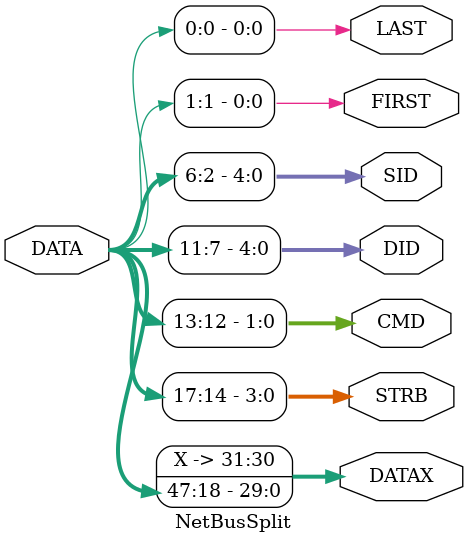
<source format=v>
`timescale 1ns / 1ps

module NetBusSplit#(
	parameter  DATA_WIDTH = 4 
)(
	input   [DATA_WIDTH*9+11:0]   DATA,

    output   [DATA_WIDTH*8-1:0]   DATAX,
    output     [DATA_WIDTH-1:0]   STRB,
    output                [1:0]   CMD,
	output                [4:0]   DID,
    output                [4:0]   SID,
    output                        FIRST,
    output                        LAST
);
	assign  DATAX  = DATA[DATA_WIDTH*9+13:DATA_WIDTH+14];
	assign  STRB   = DATA[DATA_WIDTH+13:14];
	assign  CMD    = DATA[13:12];
	assign  DID    = DATA[11:7];
	assign  SID    = DATA[6:2];
	assign  FIRST  = DATA[1];
	assign  LAST   = DATA[0];

endmodule

</source>
